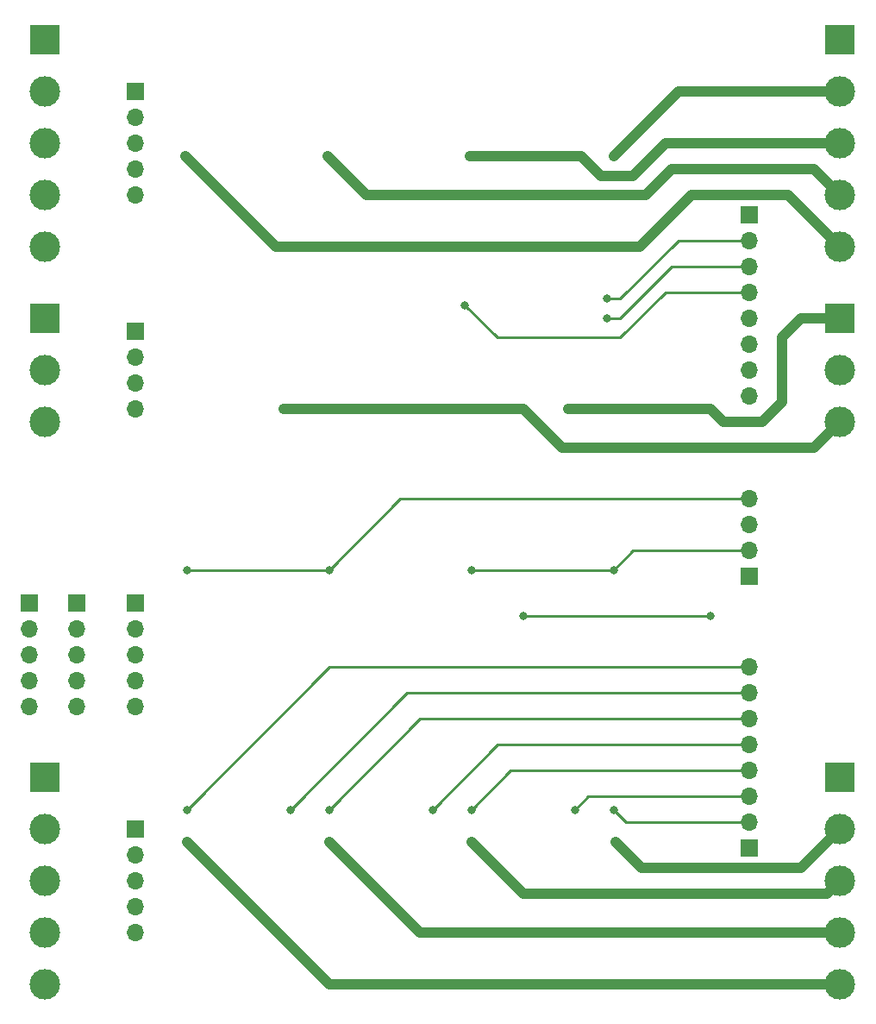
<source format=gbl>
G04 #@! TF.GenerationSoftware,KiCad,Pcbnew,(6.0.0)*
G04 #@! TF.CreationDate,2022-08-19T13:46:40+02:00*
G04 #@! TF.ProjectId,bottom,626f7474-6f6d-42e6-9b69-6361645f7063,rev?*
G04 #@! TF.SameCoordinates,Original*
G04 #@! TF.FileFunction,Copper,L2,Bot*
G04 #@! TF.FilePolarity,Positive*
%FSLAX46Y46*%
G04 Gerber Fmt 4.6, Leading zero omitted, Abs format (unit mm)*
G04 Created by KiCad (PCBNEW (6.0.0)) date 2022-08-19 13:46:40*
%MOMM*%
%LPD*%
G01*
G04 APERTURE LIST*
G04 #@! TA.AperFunction,ComponentPad*
%ADD10R,3.000000X3.000000*%
G04 #@! TD*
G04 #@! TA.AperFunction,ComponentPad*
%ADD11C,3.000000*%
G04 #@! TD*
G04 #@! TA.AperFunction,ComponentPad*
%ADD12R,1.700000X1.700000*%
G04 #@! TD*
G04 #@! TA.AperFunction,ComponentPad*
%ADD13O,1.700000X1.700000*%
G04 #@! TD*
G04 #@! TA.AperFunction,ViaPad*
%ADD14C,0.800000*%
G04 #@! TD*
G04 #@! TA.AperFunction,Conductor*
%ADD15C,0.250000*%
G04 #@! TD*
G04 #@! TA.AperFunction,Conductor*
%ADD16C,1.000000*%
G04 #@! TD*
G04 APERTURE END LIST*
D10*
X104140000Y-55245000D03*
D11*
X104140000Y-60325000D03*
X104140000Y-65405000D03*
X104140000Y-70485000D03*
X104140000Y-75565000D03*
D10*
X104140000Y-82550000D03*
D11*
X104140000Y-87630000D03*
X104140000Y-92710000D03*
D12*
X113030000Y-132715000D03*
D13*
X113030000Y-135255000D03*
X113030000Y-137795000D03*
X113030000Y-140335000D03*
X113030000Y-142875000D03*
D12*
X102665000Y-110490000D03*
D13*
X102665000Y-113030000D03*
X102665000Y-115570000D03*
X102665000Y-118110000D03*
X102665000Y-120650000D03*
D10*
X182245000Y-127635000D03*
D11*
X182245000Y-132715000D03*
X182245000Y-137795000D03*
X182245000Y-142875000D03*
X182245000Y-147955000D03*
D12*
X173355000Y-107940000D03*
D13*
X173355000Y-105400000D03*
X173355000Y-102860000D03*
X173355000Y-100320000D03*
D10*
X182245000Y-82550000D03*
D11*
X182245000Y-87630000D03*
X182245000Y-92710000D03*
D10*
X104140000Y-127635000D03*
D11*
X104140000Y-132715000D03*
X104140000Y-137795000D03*
X104140000Y-142875000D03*
X104140000Y-147955000D03*
D12*
X113030000Y-83820000D03*
D13*
X113030000Y-86360000D03*
X113030000Y-88900000D03*
X113030000Y-91440000D03*
D12*
X113030000Y-60325000D03*
D13*
X113030000Y-62865000D03*
X113030000Y-65405000D03*
X113030000Y-67945000D03*
X113030000Y-70485000D03*
D12*
X173355000Y-134605000D03*
D13*
X173355000Y-132065000D03*
X173355000Y-129525000D03*
X173355000Y-126985000D03*
X173355000Y-124445000D03*
X173355000Y-121905000D03*
X173355000Y-119365000D03*
X173355000Y-116825000D03*
D12*
X173355000Y-72390000D03*
D13*
X173355000Y-74930000D03*
X173355000Y-77470000D03*
X173355000Y-80010000D03*
X173355000Y-82550000D03*
X173355000Y-85090000D03*
X173355000Y-87630000D03*
X173355000Y-90170000D03*
D12*
X107315000Y-110490000D03*
D13*
X107315000Y-113030000D03*
X107315000Y-115570000D03*
X107315000Y-118110000D03*
X107315000Y-120650000D03*
D12*
X113030000Y-110490000D03*
D13*
X113030000Y-113030000D03*
X113030000Y-115570000D03*
X113030000Y-118110000D03*
X113030000Y-120650000D03*
D10*
X182245000Y-55245000D03*
D11*
X182245000Y-60325000D03*
X182245000Y-65405000D03*
X182245000Y-70485000D03*
X182245000Y-75565000D03*
D14*
X159385000Y-80645000D03*
X159385000Y-82550000D03*
X145415000Y-81280000D03*
X160020000Y-66675000D03*
X145885000Y-66675000D03*
X131915000Y-66675000D03*
X117945000Y-66675000D03*
X160020000Y-130810000D03*
X156210000Y-130810000D03*
X146050000Y-130810000D03*
X142240000Y-130810000D03*
X132080000Y-130810000D03*
X128270000Y-130810000D03*
X118110000Y-130810000D03*
X160185000Y-133985000D03*
X146050000Y-133985000D03*
X132080000Y-133985000D03*
X118110000Y-133985000D03*
X155575000Y-91440000D03*
X160020000Y-107315000D03*
X146050000Y-107315000D03*
X169545000Y-111760000D03*
X151130000Y-111760000D03*
X132080000Y-107315000D03*
X118110000Y-107315000D03*
X127635000Y-91440000D03*
D15*
X166370000Y-74930000D02*
X160655000Y-80645000D01*
X173355000Y-74930000D02*
X166370000Y-74930000D01*
X160655000Y-80645000D02*
X159385000Y-80645000D01*
X173355000Y-77470000D02*
X165735000Y-77470000D01*
X165735000Y-77470000D02*
X160655000Y-82550000D01*
X160655000Y-82550000D02*
X159385000Y-82550000D01*
X148590000Y-84455000D02*
X145415000Y-81280000D01*
X173355000Y-80010000D02*
X165100000Y-80010000D01*
X165100000Y-80010000D02*
X160655000Y-84455000D01*
X160655000Y-84455000D02*
X148590000Y-84455000D01*
D16*
X160020000Y-66675000D02*
X166370000Y-60325000D01*
X166370000Y-60325000D02*
X182245000Y-60325000D01*
X156845000Y-66675000D02*
X158750000Y-68580000D01*
X145885000Y-66675000D02*
X156845000Y-66675000D01*
X165100000Y-65405000D02*
X182245000Y-65405000D01*
X161925000Y-68580000D02*
X165100000Y-65405000D01*
X158750000Y-68580000D02*
X161925000Y-68580000D01*
X165735000Y-67945000D02*
X179705000Y-67945000D01*
X179705000Y-67945000D02*
X182245000Y-70485000D01*
X135725000Y-70485000D02*
X163195000Y-70485000D01*
X163195000Y-70485000D02*
X165735000Y-67945000D01*
X131915000Y-66675000D02*
X135725000Y-70485000D01*
X117945000Y-66675000D02*
X126835000Y-75565000D01*
X177165000Y-70485000D02*
X167640000Y-70485000D01*
X126835000Y-75565000D02*
X162560000Y-75565000D01*
X182245000Y-75565000D02*
X177165000Y-70485000D01*
X167640000Y-70485000D02*
X162560000Y-75565000D01*
D15*
X173355000Y-132065000D02*
X161275000Y-132065000D01*
X161275000Y-132065000D02*
X160020000Y-130810000D01*
X157495000Y-129525000D02*
X156210000Y-130810000D01*
X173355000Y-129525000D02*
X157495000Y-129525000D01*
X173355000Y-126985000D02*
X149875000Y-126985000D01*
X149875000Y-126985000D02*
X146050000Y-130810000D01*
X173355000Y-124445000D02*
X148605000Y-124445000D01*
X148605000Y-124445000D02*
X142240000Y-130810000D01*
X173355000Y-121905000D02*
X140985000Y-121905000D01*
X140985000Y-121905000D02*
X132080000Y-130810000D01*
X173355000Y-119365000D02*
X139715000Y-119365000D01*
X139715000Y-119365000D02*
X128270000Y-130810000D01*
X173355000Y-116825000D02*
X132095000Y-116825000D01*
X132095000Y-116825000D02*
X118110000Y-130810000D01*
D16*
X178435000Y-136525000D02*
X162725000Y-136525000D01*
X160185000Y-133985000D02*
X162725000Y-136525000D01*
X178435000Y-136525000D02*
X182245000Y-132715000D01*
X151130000Y-139065000D02*
X180975000Y-139065000D01*
X180975000Y-139065000D02*
X182245000Y-137795000D01*
X146050000Y-133985000D02*
X151130000Y-139065000D01*
X140970000Y-142875000D02*
X182245000Y-142875000D01*
X132080000Y-133985000D02*
X140970000Y-142875000D01*
X118110000Y-133985000D02*
X132080000Y-147955000D01*
X132080000Y-147955000D02*
X182245000Y-147955000D01*
X174625000Y-92710000D02*
X176530000Y-90805000D01*
X178435000Y-82550000D02*
X182245000Y-82550000D01*
X176530000Y-84455000D02*
X178435000Y-82550000D01*
X176530000Y-90805000D02*
X176530000Y-84455000D01*
X169545000Y-91440000D02*
X170815000Y-92710000D01*
X155575000Y-91440000D02*
X169545000Y-91440000D01*
X170815000Y-92710000D02*
X174625000Y-92710000D01*
D15*
X161935000Y-105400000D02*
X173355000Y-105400000D01*
X160020000Y-107315000D02*
X161935000Y-105400000D01*
X160020000Y-107315000D02*
X146050000Y-107315000D01*
X169545000Y-111760000D02*
X151130000Y-111760000D01*
X132080000Y-107315000D02*
X139075000Y-100320000D01*
X139075000Y-100320000D02*
X173355000Y-100320000D01*
X132080000Y-107315000D02*
X118110000Y-107315000D01*
D16*
X154940000Y-95250000D02*
X179705000Y-95250000D01*
X179705000Y-95250000D02*
X182245000Y-92710000D01*
X151130000Y-91440000D02*
X154940000Y-95250000D01*
X127635000Y-91440000D02*
X151130000Y-91440000D01*
M02*

</source>
